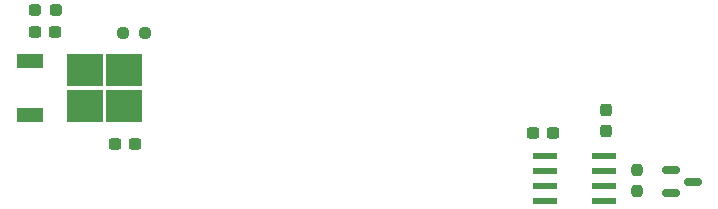
<source format=gbr>
%TF.GenerationSoftware,KiCad,Pcbnew,(6.0.1)*%
%TF.CreationDate,2022-11-29T11:46:24-05:00*%
%TF.ProjectId,Front Board,46726f6e-7420-4426-9f61-72642e6b6963,rev?*%
%TF.SameCoordinates,Original*%
%TF.FileFunction,Paste,Bot*%
%TF.FilePolarity,Positive*%
%FSLAX46Y46*%
G04 Gerber Fmt 4.6, Leading zero omitted, Abs format (unit mm)*
G04 Created by KiCad (PCBNEW (6.0.1)) date 2022-11-29 11:46:24*
%MOMM*%
%LPD*%
G01*
G04 APERTURE LIST*
G04 Aperture macros list*
%AMRoundRect*
0 Rectangle with rounded corners*
0 $1 Rounding radius*
0 $2 $3 $4 $5 $6 $7 $8 $9 X,Y pos of 4 corners*
0 Add a 4 corners polygon primitive as box body*
4,1,4,$2,$3,$4,$5,$6,$7,$8,$9,$2,$3,0*
0 Add four circle primitives for the rounded corners*
1,1,$1+$1,$2,$3*
1,1,$1+$1,$4,$5*
1,1,$1+$1,$6,$7*
1,1,$1+$1,$8,$9*
0 Add four rect primitives between the rounded corners*
20,1,$1+$1,$2,$3,$4,$5,0*
20,1,$1+$1,$4,$5,$6,$7,0*
20,1,$1+$1,$6,$7,$8,$9,0*
20,1,$1+$1,$8,$9,$2,$3,0*%
G04 Aperture macros list end*
%ADD10RoundRect,0.237500X0.237500X-0.250000X0.237500X0.250000X-0.237500X0.250000X-0.237500X-0.250000X0*%
%ADD11RoundRect,0.237500X-0.287500X-0.237500X0.287500X-0.237500X0.287500X0.237500X-0.287500X0.237500X0*%
%ADD12RoundRect,0.237500X0.300000X0.237500X-0.300000X0.237500X-0.300000X-0.237500X0.300000X-0.237500X0*%
%ADD13RoundRect,0.237500X-0.300000X-0.237500X0.300000X-0.237500X0.300000X0.237500X-0.300000X0.237500X0*%
%ADD14RoundRect,0.041300X-0.943700X-0.253700X0.943700X-0.253700X0.943700X0.253700X-0.943700X0.253700X0*%
%ADD15RoundRect,0.150000X-0.587500X-0.150000X0.587500X-0.150000X0.587500X0.150000X-0.587500X0.150000X0*%
%ADD16RoundRect,0.237500X0.250000X0.237500X-0.250000X0.237500X-0.250000X-0.237500X0.250000X-0.237500X0*%
%ADD17RoundRect,0.237500X0.237500X-0.300000X0.237500X0.300000X-0.237500X0.300000X-0.237500X-0.300000X0*%
%ADD18R,3.050000X2.750000*%
%ADD19R,2.200000X1.200000*%
G04 APERTURE END LIST*
D10*
%TO.C,R1*%
X175500000Y-79342500D03*
X175500000Y-77517500D03*
%TD*%
D11*
%TO.C,D7*%
X124550000Y-64030000D03*
X126300000Y-64030000D03*
%TD*%
D12*
%TO.C,C2*%
X133000000Y-75330000D03*
X131275000Y-75330000D03*
%TD*%
D13*
%TO.C,C1*%
X124500000Y-65830000D03*
X126225000Y-65830000D03*
%TD*%
D14*
%TO.C,U1*%
X167725000Y-80135000D03*
X167725000Y-78865000D03*
X167725000Y-77595000D03*
X167725000Y-76325000D03*
X172675000Y-76325000D03*
X172675000Y-77595000D03*
X172675000Y-78865000D03*
X172675000Y-80135000D03*
%TD*%
D12*
%TO.C,C4*%
X168400000Y-74430000D03*
X166675000Y-74430000D03*
%TD*%
D15*
%TO.C,D1*%
X178362500Y-79480000D03*
X178362500Y-77580000D03*
X180237500Y-78530000D03*
%TD*%
D16*
%TO.C,R2*%
X133812500Y-65930000D03*
X131987500Y-65930000D03*
%TD*%
D17*
%TO.C,C3*%
X172900000Y-74230000D03*
X172900000Y-72505000D03*
%TD*%
D18*
%TO.C,U2*%
X132100000Y-72130000D03*
X128750000Y-69080000D03*
X128750000Y-72130000D03*
X132100000Y-69080000D03*
D19*
X124125000Y-72885000D03*
X124125000Y-68325000D03*
%TD*%
M02*

</source>
